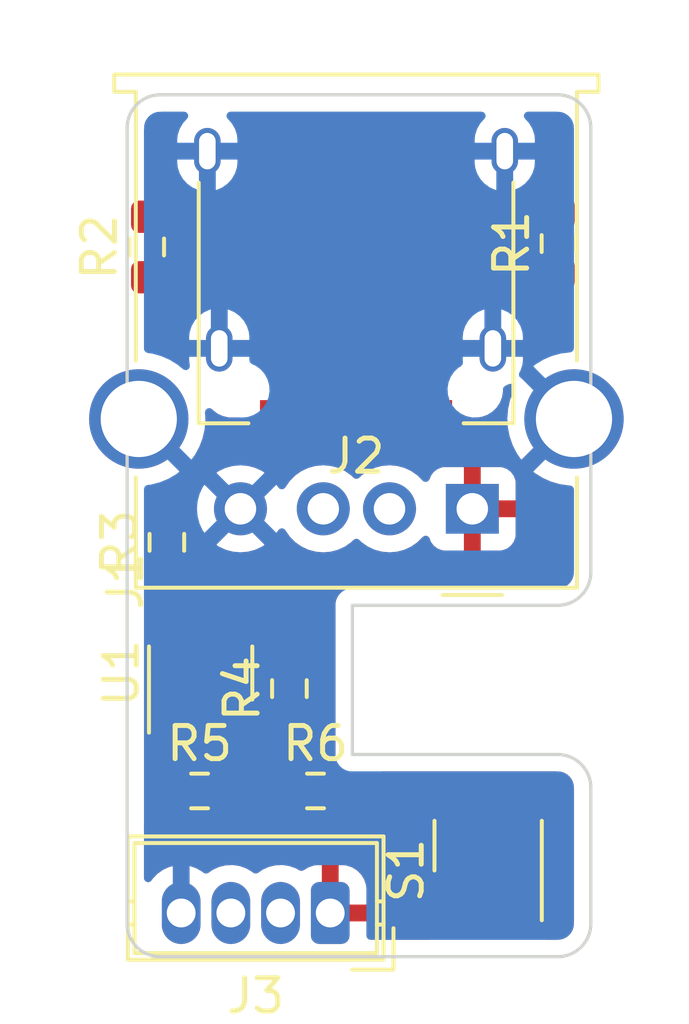
<source format=kicad_pcb>
(kicad_pcb (version 20211014) (generator pcbnew)
  (layers (0 "F.Cu" signal) (31 "B.Cu" signal) (34 "B.Paste" user) (35 "F.Paste" user) (36 "B.SilkS" user "B.Silkscreen") (37 "F.SilkS" user "F.Silkscreen") (38 "B.Mask" user) (39 "F.Mask" user) (44 "Edge.Cuts" user))
  (net 0 "")
  (net 1 "+5V")
  (net 2 "Net-(J1-Pad2)")
  (net 3 "Net-(J1-Pad3)")
  (net 4 "GND")
  (net 5 "Net-(J2-PadA5)")
  (net 6 "Net-(J2-PadA6)")
  (net 7 "Net-(J2-PadA7)")
  (net 9 "Net-(J2-PadB5)")
  (net 11 "Net-(J3-Pad2)")
  (net 12 "Net-(J3-Pad3)")
  (net 13 "Net-(R3-Pad2)")
  (net 14 "Net-(R5-Pad2)")
  (footprint "Connector_Wuerth:Wuerth_WR-WTB_64800411622_1x04_P1.50mm_Vertical" (layer "F.Cu") (at 170.132 114.681 180)
    (fp_text reference "J3" (at 2.25 -2.5) (layer "F.SilkS"))
    (fp_text value "Conn_01x04_Female")
    (fp_line (start -1.61 2.31) (end 6.11 2.31) (layer "F.SilkS") (width 0.12))
    (fp_line (start -1.61 -0.35) (end -1.41 -0.35) (layer "F.SilkS") (width 0.12))
    (fp_line (start 5.91 2.11) (end 5.91 0.35) (layer "F.SilkS") (width 0.12))
    (fp_line (start 6.11 -1.41) (end -1.61 -1.41) (layer "F.SilkS") (width 0.12))
    (fp_line (start -1.41 0.35) (end -1.41 2.11) (layer "F.SilkS") (width 0.12))
    (fp_line (start 5.91 -1.21) (end 5.91 -0.35) (layer "F.SilkS") (width 0.12))
    (fp_line (start -1.41 -0.35) (end -1.41 -1.21) (layer "F.SilkS") (width 0.12))
    (fp_line (start 6.11 2.31) (end 6.11 -1.41) (layer "F.SilkS") (width 0.12))
    (fp_line (start -1.41 -0.35) (end -1.41 0.35) (layer "F.SilkS") (width 0.12))
    (fp_line (start 5.91 0.35) (end 6.11 0.35) (layer "F.SilkS") (width 0.12))
    (fp_line (start -1.61 -1.41) (end -1.61 2.31) (layer "F.SilkS") (width 0.12))
    (fp_line (start -1.41 -1.21) (end 5.91 -1.21) (layer "F.SilkS") (width 0.12))
    (fp_line (start -1.91 -1.71) (end -1.91 -0.46) (layer "F.SilkS") (width 0.12))
    (fp_line (start -1.41 0.35) (end -1.61 0.35) (layer "F.SilkS") (width 0.12))
    (fp_line (start 5.91 -0.35) (end 5.91 0.35) (layer "F.SilkS") (width 0.12))
    (fp_line (start -0.66 -1.71) (end -1.91 -1.71) (layer "F.SilkS") (width 0.12))
    (fp_line (start 5.91 -0.35) (end 6.11 -0.35) (layer "F.SilkS") (width 0.12))
    (fp_line (start -1.41 2.11) (end 5.91 2.11) (layer "F.SilkS") (width 0.12))
    (pad "1" thru_hole roundrect (at 0 0 180) (size 1.17 1.87) (drill 0.87) (layers *.Cu *.Mask) (roundrect_rratio 0.213675) (net 1 "+5V"))
    (pad "2" thru_hole oval (at 1.5 0 180) (size 1.17 1.87) (drill 0.87) (layers *.Cu *.Mask) (net 11 "Net-(J3-Pad2)"))
    (pad "3" thru_hole oval (at 3 0 180) (size 1.17 1.87) (drill 0.87) (layers *.Cu *.Mask) (net 12 "Net-(J3-Pad3)"))
    (pad "4" thru_hole oval (at 4.5 0 180) (size 1.17 1.87) (drill 0.87) (layers *.Cu *.Mask) (net 4 "GND"))
  )
  (footprint "Resistor_SMD:R_0603_1608Metric_Pad0.98x0.95mm_HandSolder" (layer "F.Cu") (at 165.2 103.5 90)
    (fp_text reference "R3" (at 0 -1.43 90) (layer "F.SilkS"))
    (fp_text value "100k")
    (fp_line (start -0.254724 0.5225) (end 0.254724 0.5225) (layer "F.SilkS") (width 0.12))
    (fp_line (start -0.254724 -0.5225) (end 0.254724 -0.5225) (layer "F.SilkS") (width 0.12))
    (pad "1" smd roundrect (at -0.9125 0 90) (size 0.975 0.95) (layers "F.Cu" "F.Paste" "F.Mask") (net 1 "+5V"))
    (pad "2" smd roundrect (at 0.9125 0 90) (size 0.975 0.95) (layers "F.Cu" "F.Paste" "F.Mask") (net 13 "Net-(R3-Pad2)"))
  )
  (footprint "Resistor_SMD:R_0603_1608Metric_Pad0.98x0.95mm_HandSolder" (layer "F.Cu") (at 177.038 94.488 90)
    (fp_text reference "R1" (at 0 -1.43 90) (layer "F.SilkS"))
    (fp_text value "5.1k")
    (fp_line (start -0.254724 -0.5225) (end 0.254724 -0.5225) (layer "F.SilkS") (width 0.12))
    (fp_line (start -0.254724 0.5225) (end 0.254724 0.5225) (layer "F.SilkS") (width 0.12))
    (pad "1" smd roundrect (at -0.9125 0 90) (size 0.975 0.95) (layers "F.Cu" "F.Paste" "F.Mask") (net 5 "Net-(J2-PadA5)"))
    (pad "2" smd roundrect (at 0.9125 0 90) (size 0.975 0.95) (layers "F.Cu" "F.Paste" "F.Mask") (net 4 "GND"))
  )
  (footprint "Resistor_SMD:R_0603_1608Metric_Pad0.98x0.95mm_HandSolder" (layer "F.Cu") (at 169.6875 111)
    (fp_text reference "R6" (at 0 -1.43) (layer "F.SilkS"))
    (fp_text value "5.1k")
    (fp_line (start -0.254724 -0.5225) (end 0.254724 -0.5225) (layer "F.SilkS") (width 0.12))
    (fp_line (start -0.254724 0.5225) (end 0.254724 0.5225) (layer "F.SilkS") (width 0.12))
    (pad "1" smd roundrect (at -0.9125 0) (size 0.975 0.95) (layers "F.Cu" "F.Paste" "F.Mask") (net 1 "+5V"))
    (pad "2" smd roundrect (at 0.9125 0) (size 0.975 0.95) (layers "F.Cu" "F.Paste" "F.Mask") (net 14 "Net-(R5-Pad2)"))
  )
  (footprint "Resistor_SMD:R_0603_1608Metric_Pad0.98x0.95mm_HandSolder" (layer "F.Cu") (at 166.1875 111)
    (fp_text reference "R5" (at 0 -1.43) (layer "F.SilkS"))
    (fp_text value "50k")
    (fp_line (start -0.254724 -0.5225) (end 0.254724 -0.5225) (layer "F.SilkS") (width 0.12))
    (fp_line (start -0.254724 0.5225) (end 0.254724 0.5225) (layer "F.SilkS") (width 0.12))
    (pad "1" smd roundrect (at -0.9125 0) (size 0.975 0.95) (layers "F.Cu" "F.Paste" "F.Mask") (net 13 "Net-(R3-Pad2)"))
    (pad "2" smd roundrect (at 0.9125 0) (size 0.975 0.95) (layers "F.Cu" "F.Paste" "F.Mask") (net 14 "Net-(R5-Pad2)"))
  )
  (footprint "Package_TO_SOT_SMD:SOT-23-5" (layer "F.Cu") (at 166.2195 107.442 90)
    (fp_text reference "U1" (at 0 -2.4 90) (layer "F.SilkS"))
    (fp_text value "LM397")
    (fp_line (start 0 -1.56) (end -1.8 -1.56) (layer "F.SilkS") (width 0.12))
    (fp_line (start 0 1.56) (end 0.8 1.56) (layer "F.SilkS") (width 0.12))
    (fp_line (start 0 -1.56) (end 0.8 -1.56) (layer "F.SilkS") (width 0.12))
    (fp_line (start 0 1.56) (end -0.8 1.56) (layer "F.SilkS") (width 0.12))
    (pad "1" smd roundrect (at -1.1375 -0.95 90) (size 1.325 0.6) (layers "F.Cu" "F.Paste" "F.Mask") (net 9 "Net-(J2-PadB5)"))
    (pad "2" smd roundrect (at -1.1375 0 90) (size 1.325 0.6) (layers "F.Cu" "F.Paste" "F.Mask") (net 4 "GND"))
    (pad "3" smd roundrect (at -1.1375 0.95 90) (size 1.325 0.6) (layers "F.Cu" "F.Paste" "F.Mask") (net 13 "Net-(R3-Pad2)"))
    (pad "4" smd roundrect (at 1.1375 0.95 90) (size 1.325 0.6) (layers "F.Cu" "F.Paste" "F.Mask") (net 14 "Net-(R5-Pad2)"))
    (pad "5" smd roundrect (at 1.1375 -0.95 90) (size 1.325 0.6) (layers "F.Cu" "F.Paste" "F.Mask") (net 1 "+5V"))
  )
  (footprint "Package_DFN_QFN:DFN-10-1EP_3x3mm_P0.5mm_EP1.75x2.7mm" (layer "F.Cu") (at 174.9 113.4 90)
    (fp_text reference "S1" (at 0 -2.475 90) (layer "F.SilkS"))
    (fp_text value "ISL54225")
    (fp_line (start 0 -1.62) (end 1.5 -1.62) (layer "F.SilkS") (width 0.12))
    (fp_line (start -1.5 1.62) (end 1.5 1.62) (layer "F.SilkS") (width 0.12))
    (pad "1" smd rect (at -1.45 -1 90) (size 0.85 0.3) (layers "F.Cu" "F.Paste" "F.Mask") (net 14 "Net-(R5-Pad2)"))
    (pad "2" smd rect (at -1.45 -0.5 90) (size 0.85 0.3) (layers "F.Cu" "F.Paste" "F.Mask") (net 2 "Net-(J1-Pad2)"))
    (pad "3" smd rect (at -1.45 0 90) (size 0.85 0.3) (layers "F.Cu" "F.Paste" "F.Mask") (net 3 "Net-(J1-Pad3)"))
    (pad "4" smd rect (at -1.45 0.5 90) (size 0.85 0.3) (layers "F.Cu" "F.Paste" "F.Mask") (net 12 "Net-(J3-Pad3)"))
    (pad "5" smd rect (at -1.45 1 90) (size 0.85 0.3) (layers "F.Cu" "F.Paste" "F.Mask") (net 4 "GND"))
    (pad "6" smd rect (at 1.45 1 90) (size 0.85 0.3) (layers "F.Cu" "F.Paste" "F.Mask") (net 11 "Net-(J3-Pad2)"))
    (pad "7" smd rect (at 1.45 0.5 90) (size 0.85 0.3) (layers "F.Cu" "F.Paste" "F.Mask") (net 7 "Net-(J2-PadA7)"))
    (pad "8" smd rect (at 1.45 0 90) (size 0.85 0.3) (layers "F.Cu" "F.Paste" "F.Mask") (net 6 "Net-(J2-PadA6)"))
    (pad "9" smd rect (at 1.45 -0.5 90) (size 0.85 0.3) (layers "F.Cu" "F.Paste" "F.Mask") (net 4 "GND"))
    (pad "10" smd rect (at 1.45 -1 90) (size 0.85 0.3) (layers "F.Cu" "F.Paste" "F.Mask") (net 1 "+5V"))
    (pad "11" smd rect (at 0 0 90) (size 1.75 2.7) (layers "F.Cu" "F.Mask") (net 4 "GND"))
  )
  (footprint "Connector_USB:USB_C_Receptacle_Amphenol_12401610E4-2A" (layer "F.Cu") (at 170.911792 94.54 180)
    (fp_text reference "J2" (at 0 -6.36) (layer "F.SilkS"))
    (fp_text value "USB_C_Receptacle_USB2.0")
    (fp_line (start -4.75 -5.37) (end -4.75 1.89) (layer "F.SilkS") (width 0.12))
    (fp_line (start -4.75 -5.37) (end -3.25 -5.37) (layer "F.SilkS") (width 0.12))
    (fp_line (start 3.25 -5.37) (end 4.75 -5.37) (layer "F.SilkS") (width 0.12))
    (fp_line (start 4.75 -5.37) (end 4.75 1.89) (layer "F.SilkS") (width 0.12))
    (pad "" np_thru_hole oval (at 3.6 -4.36 180) (size 0.95 0.65) (drill oval 0.95 0.65) (layers *.Cu *.Mask))
    (pad "" np_thru_hole circle (at -3.6 -4.36 180) (size 0.65 0.65) (drill 0.65) (layers *.Cu *.Mask))
    (pad "A1" smd rect (at -2.75 -5.02 180) (size 0.3 0.7) (layers "F.Cu" "F.Paste" "F.Mask") (net 4 "GND"))
    (pad "A2" smd rect (at -2.25 -5.02 180) (size 0.3 0.7) (layers "F.Cu" "F.Paste" "F.Mask"))
    (pad "A3" smd rect (at -1.75 -5.02 180) (size 0.3 0.7) (layers "F.Cu" "F.Paste" "F.Mask"))
    (pad "A4" smd rect (at -1.25 -5.02 180) (size 0.3 0.7) (layers "F.Cu" "F.Paste" "F.Mask") (net 1 "+5V"))
    (pad "A5" smd rect (at -0.75 -5.02 180) (size 0.3 0.7) (layers "F.Cu" "F.Paste" "F.Mask") (net 5 "Net-(J2-PadA5)"))
    (pad "A6" smd rect (at -0.25 -5.02 180) (size 0.3 0.7) (layers "F.Cu" "F.Paste" "F.Mask") (net 6 "Net-(J2-PadA6)"))
    (pad "A7" smd rect (at 0.25 -5.02 180) (size 0.3 0.7) (layers "F.Cu" "F.Paste" "F.Mask") (net 7 "Net-(J2-PadA7)"))
    (pad "A8" smd rect (at 0.75 -5.02 180) (size 0.3 0.7) (layers "F.Cu" "F.Paste" "F.Mask"))
    (pad "A9" smd rect (at 1.25 -5.02 180) (size 0.3 0.7) (layers "F.Cu" "F.Paste" "F.Mask") (net 1 "+5V"))
    (pad "A10" smd rect (at 1.75 -5.02 180) (size 0.3 0.7) (layers "F.Cu" "F.Paste" "F.Mask"))
    (pad "A11" smd rect (at 2.25 -5.02 180) (size 0.3 0.7) (layers "F.Cu" "F.Paste" "F.Mask"))
    (pad "A12" smd rect (at 2.75 -5.02 180) (size 0.3 0.7) (layers "F.Cu" "F.Paste" "F.Mask") (net 4 "GND"))
    (pad "B1" smd rect (at 2.5 -3.32 180) (size 0.3 0.7) (layers "F.Cu" "F.Paste" "F.Mask") (net 4 "GND"))
    (pad "B2" smd rect (at 2 -3.32 180) (size 0.3 0.7) (layers "F.Cu" "F.Paste" "F.Mask"))
    (pad "B3" smd rect (at 1.5 -3.32 180) (size 0.3 0.7) (layers "F.Cu" "F.Paste" "F.Mask"))
    (pad "B4" smd rect (at 1 -3.32 180) (size 0.3 0.7) (layers "F.Cu" "F.Paste" "F.Mask") (net 1 "+5V"))
    (pad "B5" smd rect (at 0.5 -3.32 180) (size 0.3 0.7) (layers "F.Cu" "F.Paste" "F.Mask") (net 9 "Net-(J2-PadB5)"))
    (pad "B6" smd rect (at 0 -3.32 180) (size 0.3 0.7) (layers "F.Cu" "F.Paste" "F.Mask") (net 6 "Net-(J2-PadA6)"))
    (pad "B7" smd rect (at -0.5 -3.32 180) (size 0.3 0.7) (layers "F.Cu" "F.Paste" "F.Mask") (net 7 "Net-(J2-PadA7)"))
    (pad "B8" smd rect (at -1 -3.32 180) (size 0.3 0.7) (layers "F.Cu" "F.Paste" "F.Mask"))
    (pad "B9" smd rect (at -1.5 -3.32 180) (size 0.3 0.7) (layers "F.Cu" "F.Paste" "F.Mask") (net 1 "+5V"))
    (pad "B10" smd rect (at -2 -3.32 180) (size 0.3 0.7) (layers "F.Cu" "F.Paste" "F.Mask"))
    (pad "B11" smd rect (at -2.5 -3.32 180) (size 0.3 0.7) (layers "F.Cu" "F.Paste" "F.Mask"))
    (pad "B12" smd rect (at -3 -3.32 180) (size 0.3 0.7) (layers "F.Cu" "F.Paste" "F.Mask") (net 4 "GND"))
    (pad "S1" thru_hole oval (at -4.13 -3.11 180) (size 0.8 1.4) (drill oval 0.5 1.1) (layers *.Cu *.Mask) (net 4 "GND"))
    (pad "S1" thru_hole oval (at 4.13 -3.11 180) (size 0.8 1.4) (drill oval 0.5 1.1) (layers *.Cu *.Mask) (net 4 "GND"))
    (pad "S1" thru_hole oval (at 4.49 2.84 180) (size 0.8 1.4) (drill oval 0.5 1.1) (layers *.Cu *.Mask) (net 4 "GND"))
    (pad "S1" thru_hole oval (at -4.49 2.84 180) (size 0.8 1.4) (drill oval 0.5 1.1) (layers *.Cu *.Mask) (net 4 "GND"))
  )
  (footprint "Resistor_SMD:R_0603_1608Metric_Pad0.98x0.95mm_HandSolder" (layer "F.Cu") (at 168.9 107.9125 90)
    (fp_text reference "R4" (at 0 -1.43 90) (layer "F.SilkS"))
    (fp_text value "1k")
    (fp_line (start -0.254724 -0.5225) (end 0.254724 -0.5225) (layer "F.SilkS") (width 0.12))
    (fp_line (start -0.254724 0.5225) (end 0.254724 0.5225) (layer "F.SilkS") (width 0.12))
    (pad "1" smd roundrect (at -0.9125 0 90) (size 0.975 0.95) (layers "F.Cu" "F.Paste" "F.Mask") (net 13 "Net-(R3-Pad2)"))
    (pad "2" smd roundrect (at 0.9125 0 90) (size 0.975 0.95) (layers "F.Cu" "F.Paste" "F.Mask") (net 4 "GND"))
  )
  (footprint "Connector_USB:USB_A_Molex_67643_Horizontal" (layer "F.Cu") (at 174.4218 102.489 180)
    (fp_text reference "J1" (at 10.4733 -2.1792 90) (layer "F.SilkS"))
    (fp_text value "USB_A")
    (fp_line (start -0.9 -2.6) (end 0.9 -2.6) (layer "F.SilkS") (width 0.12))
    (fp_line (start -3.16 12.58) (end -3.16 4.47) (layer "F.SilkS") (width 0.12))
    (fp_line (start -3.81 12.58) (end -3.81 13.1) (layer "F.SilkS") (width 0.12))
    (fp_line (start -3.16 -2.38) (end -3.16 0.95) (layer "F.SilkS") (width 0.12))
    (fp_line (start -3.16 -2.38) (end 10.16 -2.38) (layer "F.SilkS") (width 0.12))
    (fp_line (start 10.81 12.58) (end 10.16 12.58) (layer "F.SilkS") (width 0.12))
    (fp_line (start 10.81 13.1) (end 10.81 12.58) (layer "F.SilkS") (width 0.12))
    (fp_line (start -3.81 13.1) (end 10.81 13.1) (layer "F.SilkS") (width 0.12))
    (fp_line (start 10.16 4.47) (end 10.16 12.58) (layer "F.SilkS") (width 0.12))
    (fp_line (start 10.16 -2.38) (end 10.16 0.95) (layer "F.SilkS") (width 0.12))
    (fp_line (start -3.16 12.58) (end -3.81 12.58) (layer "F.SilkS") (width 0.12))
    (pad "1" thru_hole rect (at 0 0 180) (size 1.6 1.5) (drill 0.95) (layers *.Cu *.Mask) (net 1 "+5V"))
    (pad "2" thru_hole circle (at 2.5 0 180) (size 1.6 1.6) (drill 0.95) (layers *.Cu *.Mask) (net 2 "Net-(J1-Pad2)"))
    (pad "3" thru_hole circle (at 4.5 0 180) (size 1.6 1.6) (drill 0.95) (layers *.Cu *.Mask) (net 3 "Net-(J1-Pad3)"))
    (pad "4" thru_hole circle (at 7 0 180) (size 1.6 1.6) (drill 0.95) (layers *.Cu *.Mask) (net 4 "GND"))
    (pad "5" thru_hole circle (at -3.07 2.71 180) (size 3 3) (drill 2.3) (layers *.Cu *.Mask) (net 4 "GND"))
    (pad "5" thru_hole circle (at 10.07 2.71 180) (size 3 3) (drill 2.3) (layers *.Cu *.Mask) (net 4 "GND"))
  )
  (footprint "Resistor_SMD:R_0603_1608Metric_Pad0.98x0.95mm_HandSolder" (layer "F.Cu") (at 164.592 94.5915 90)
    (fp_text reference "R2" (at 0 -1.43 90) (layer "F.SilkS"))
    (fp_text value "5.1k")
    (fp_line (start -0.254724 0.5225) (end 0.254724 0.5225) (layer "F.SilkS") (width 0.12))
    (fp_line (start -0.254724 -0.5225) (end 0.254724 -0.5225) (layer "F.SilkS") (width 0.12))
    (pad "1" smd roundrect (at -0.9125 0 90) (size 0.975 0.95) (layers "F.Cu" "F.Paste" "F.Mask") (net 9 "Net-(J2-PadB5)"))
    (pad "2" smd roundrect (at 0.9125 0 90) (size 0.975 0.95) (layers "F.Cu" "F.Paste" "F.Mask") (net 4 "GND"))
  )
  (gr_arc (start 165 116) (mid 164.292893 115.707107) (end 164 115) (layer "Edge.Cuts") (width 0.1))
  (gr_line (start 178 110.9) (end 178 115) (layer "Edge.Cuts") (width 0.1))
  (gr_line (start 178 91) (end 178 104.4) (layer "Edge.Cuts") (width 0.1))
  (gr_arc (start 178 115) (mid 177.707107 115.707107) (end 177 116) (layer "Edge.Cuts") (width 0.1))
  (gr_arc (start 178 104.4) (mid 177.707107 105.107107) (end 177 105.4) (layer "Edge.Cuts") (width 0.1))
  (gr_line (start 170.8 105.4) (end 170.8 109.9) (layer "Edge.Cuts") (width 0.1))
  (gr_line (start 177 116) (end 165 116) (layer "Edge.Cuts") (width 0.1))
  (gr_line (start 170.8 109.9) (end 177 109.9) (layer "Edge.Cuts") (width 0.1))
  (gr_line (start 171 90) (end 165 90) (layer "Edge.Cuts") (width 0.1))
  (gr_arc (start 177 109.9) (mid 177.707107 110.192893) (end 178 110.9) (layer "Edge.Cuts") (width 0.1))
  (gr_line (start 164 115) (end 164 91) (layer "Edge.Cuts") (width 0.1))
  (gr_arc (start 164 91) (mid 164.292893 90.292893) (end 165 90) (layer "Edge.Cuts") (width 0.1))
  (gr_arc (start 177 90) (mid 177.707107 90.292893) (end 178 91) (layer "Edge.Cuts") (width 0.1))
  (gr_line (start 171 90) (end 177 90) (layer "Edge.Cuts") (width 0.1))
  (gr_line (start 177 105.4) (end 170.8 105.4) (layer "Edge.Cuts") (width 0.1))
  (zone (net 1) (net_name "+5V") (layer "F.Cu") (connect_pads (clearance 0.508)) (min_thickness 0.254) (fill yes (thermal_gap 0.508) (thermal_bridge_width 0.508))
    (polygon (pts (xy 178 105.4) (xy 170.8 105.4) (xy 170.8 109.9) (xy 178 109.9) (xy 178 116) (xy 164 116) (xy 164 90) (xy 178 90)))
  )
  (zone (net 4) (net_name "GND") (layer "B.Cu") (connect_pads (clearance 0.508)) (min_thickness 0.254) (fill yes (thermal_gap 0.508) (thermal_bridge_width 0.508))
    (polygon (pts (xy 178 105.4) (xy 170.8 105.4) (xy 170.8 109.9) (xy 178 109.9) (xy 178 116) (xy 164 116) (xy 164 90) (xy 178 90)))
  )
)
</source>
